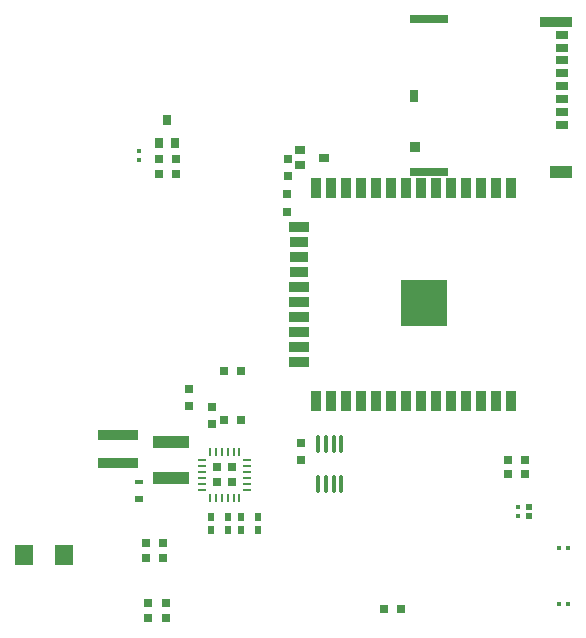
<source format=gbp>
G04*
G04 #@! TF.GenerationSoftware,Altium Limited,Altium Designer,19.0.10 (269)*
G04*
G04 Layer_Color=128*
%FSLAX25Y25*%
%MOIN*%
G70*
G01*
G75*
%ADD40R,0.03000X0.03000*%
%ADD50R,0.02953X0.03150*%
%ADD51R,0.03150X0.02953*%
%ADD67R,0.03150X0.00984*%
%ADD68R,0.00984X0.03150*%
%ADD69R,0.13400X0.03800*%
%ADD88O,0.01181X0.06299*%
%ADD218R,0.02205X0.02047*%
%ADD219R,0.01772X0.01772*%
%ADD220R,0.01772X0.01772*%
%ADD221R,0.07205X0.04488*%
%ADD222R,0.04331X0.02756*%
%ADD223R,0.13110X0.02756*%
%ADD224R,0.11024X0.03386*%
%ADD225R,0.03661X0.03543*%
%ADD226R,0.03071X0.04134*%
%ADD227R,0.02000X0.03150*%
%ADD228R,0.12000X0.04000*%
%ADD229R,0.06400X0.07000*%
%ADD230R,0.03150X0.01800*%
%ADD231R,0.03150X0.02000*%
%ADD232R,0.03543X0.03150*%
%ADD233R,0.03150X0.03543*%
%ADD234R,0.03543X0.06693*%
%ADD235R,0.06693X0.03543*%
%ADD236R,0.05906X0.03543*%
%ADD237R,0.15748X0.15748*%
D40*
X156488Y89554D02*
D03*
Y94554D02*
D03*
X151488D02*
D03*
Y89554D02*
D03*
D50*
X207138Y47205D02*
D03*
X212846D02*
D03*
X253988Y97190D02*
D03*
X248280D02*
D03*
X253988Y92500D02*
D03*
X248280D02*
D03*
X159472Y110200D02*
D03*
X153764D02*
D03*
X133354Y69521D02*
D03*
X127646D02*
D03*
X133354Y64519D02*
D03*
X127646D02*
D03*
X134303Y44340D02*
D03*
X128595D02*
D03*
Y49374D02*
D03*
X134303D02*
D03*
X159315Y126546D02*
D03*
X153606D02*
D03*
X137650Y192287D02*
D03*
X131941D02*
D03*
X137650Y197351D02*
D03*
X131941D02*
D03*
D51*
X179480Y97119D02*
D03*
Y102828D02*
D03*
X142197Y115146D02*
D03*
Y120854D02*
D03*
X149634Y109118D02*
D03*
Y114827D02*
D03*
X174632Y185563D02*
D03*
Y179854D02*
D03*
X175135Y197504D02*
D03*
Y191795D02*
D03*
D67*
X161567Y96976D02*
D03*
Y95007D02*
D03*
Y93039D02*
D03*
Y91070D02*
D03*
Y89102D02*
D03*
Y87133D02*
D03*
X146409D02*
D03*
Y89102D02*
D03*
Y91070D02*
D03*
Y93039D02*
D03*
Y95007D02*
D03*
Y96976D02*
D03*
D68*
X158909Y84476D02*
D03*
X156941D02*
D03*
X154972D02*
D03*
X153004D02*
D03*
X151035D02*
D03*
X149067D02*
D03*
Y99633D02*
D03*
X151035D02*
D03*
X153004D02*
D03*
X154972D02*
D03*
X156941D02*
D03*
X158909D02*
D03*
D69*
X118500Y95905D02*
D03*
Y105205D02*
D03*
D88*
X185189Y102510D02*
D03*
X187748D02*
D03*
X190307D02*
D03*
X192866D02*
D03*
X185189Y89124D02*
D03*
X187748D02*
D03*
X190307D02*
D03*
X192866D02*
D03*
D218*
X255519Y78214D02*
D03*
Y81284D02*
D03*
D219*
X251868Y81462D02*
D03*
Y78313D02*
D03*
X125401Y196971D02*
D03*
Y200121D02*
D03*
D220*
X265400Y49000D02*
D03*
X268549D02*
D03*
X268583Y67594D02*
D03*
X265433D02*
D03*
D221*
X266141Y193165D02*
D03*
D222*
X266488Y208542D02*
D03*
Y212873D02*
D03*
Y221535D02*
D03*
Y217204D02*
D03*
Y230196D02*
D03*
Y225865D02*
D03*
Y238857D02*
D03*
Y234527D02*
D03*
D223*
X222197Y192893D02*
D03*
X222197Y244074D02*
D03*
D224*
X264421Y242991D02*
D03*
D225*
X217472Y201357D02*
D03*
D226*
X217177Y218483D02*
D03*
D227*
X159349Y78114D02*
D03*
X165057D02*
D03*
X165012Y73655D02*
D03*
X159303D02*
D03*
X155041Y78173D02*
D03*
X149332D02*
D03*
X149431Y73783D02*
D03*
X155140D02*
D03*
D228*
X136173Y103026D02*
D03*
Y91026D02*
D03*
D229*
X86954Y65481D02*
D03*
X100354D02*
D03*
D230*
X125543Y89774D02*
D03*
D231*
Y84066D02*
D03*
D232*
X179232Y200358D02*
D03*
X187106Y197799D02*
D03*
X179232Y195240D02*
D03*
D233*
X137354Y202563D02*
D03*
X134795Y210437D02*
D03*
X132236Y202563D02*
D03*
D234*
X249559Y187563D02*
D03*
X244559D02*
D03*
X239559D02*
D03*
X234559D02*
D03*
X229559D02*
D03*
X224559D02*
D03*
X219559D02*
D03*
X214559D02*
D03*
X209559D02*
D03*
X204559D02*
D03*
X199559D02*
D03*
X194559D02*
D03*
X189559D02*
D03*
X184559D02*
D03*
Y116697D02*
D03*
X189559D02*
D03*
X194559D02*
D03*
X199559D02*
D03*
X204559D02*
D03*
X209559D02*
D03*
X214559D02*
D03*
X219559D02*
D03*
X224559D02*
D03*
X229559D02*
D03*
X234559D02*
D03*
X239559D02*
D03*
X244559D02*
D03*
X249559D02*
D03*
D235*
X178654Y174630D02*
D03*
Y154630D02*
D03*
Y149630D02*
D03*
Y144630D02*
D03*
Y139630D02*
D03*
Y134630D02*
D03*
Y129630D02*
D03*
D236*
Y169630D02*
D03*
Y164630D02*
D03*
Y159630D02*
D03*
D237*
X220386Y149374D02*
D03*
M02*

</source>
